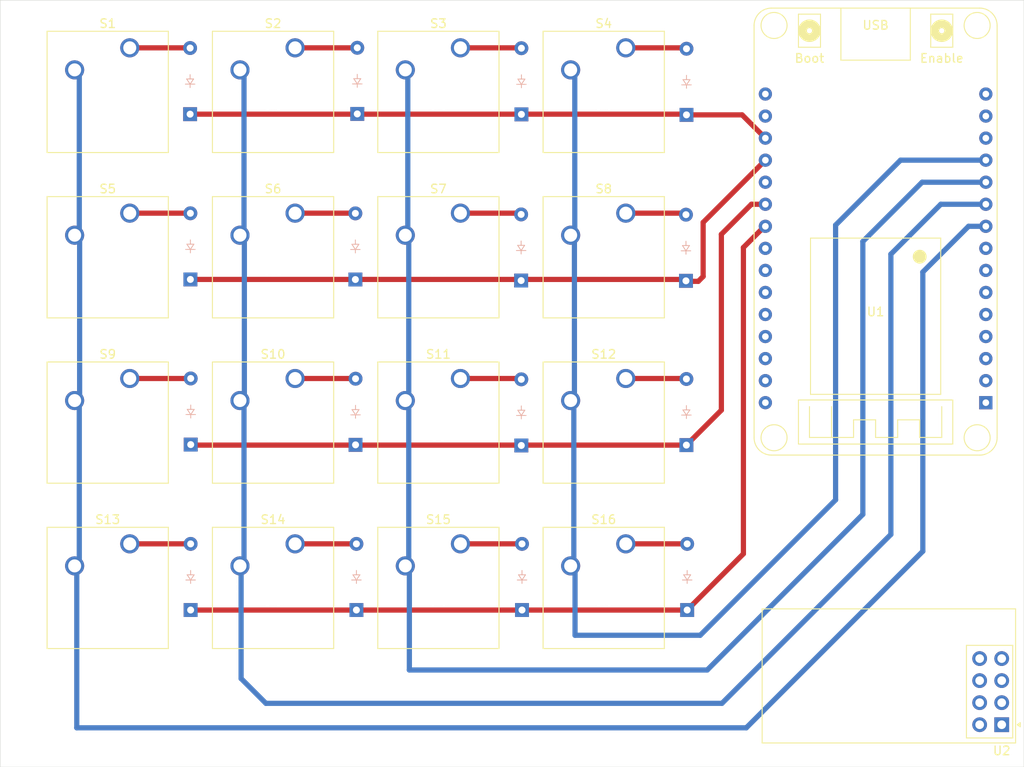
<source format=kicad_pcb>
(kicad_pcb (version 20240108) (generator "pcbnew") (generator_version "8.0")
  (layers (0 "F.Cu" signal) (31 "B.Cu" signal) (34 "B.Paste" user) (35 "F.Paste" user) (36 "B.SilkS" user "B.Silkscreen") (37 "F.SilkS" user "F.Silkscreen") (38 "B.Mask" user) (39 "F.Mask" user) (44 "Edge.Cuts" user))
  (net 0 "")
  (net 5 "Row 3")
  (net 7 "Column 2")
  (net 8 "Column 0")
  (net 9 "Row 0")
  (net 11 "Column 3")
  (net 17 "Column 1")
  (net 18 "Row 2")
  (net 19 "Row 1")
  (net 20 "Net-(D1-A)")
  (net 21 "Net-(D2-A)")
  (net 22 "Net-(D3-A)")
  (net 23 "Net-(D4-A)")
  (net 24 "Net-(D5-A)")
  (net 25 "Net-(D6-A)")
  (net 26 "Net-(D7-A)")
  (net 27 "Net-(D8-A)")
  (net 28 "Net-(D9-A)")
  (net 29 "Net-(D10-A)")
  (net 30 "Net-(D11-A)")
  (net 31 "Net-(D12-A)")
  (net 32 "Net-(D13-A)")
  (net 33 "Net-(D14-A)")
  (net 34 "Net-(D15-A)")
  (net 35 "Net-(D16-A)")
  (net 42 "MISO NRF")
  (net 43 "GND NRF")
  (net 44 "VCC NRF")
  (net 45 "MOSI NRF")
  (net 46 "SCK NRF")
  (net 47 "unconnected-(U1-IO4-Pad20)")
  (net 48 "CSN NRF")
  (footprint "Button_Switch_Keyboard:SW_Cherry_MX_1.00u_PCB" (layer "F.Cu") (at 69.215 42.545)
    (property "Reference" "S2" (at -2.54 -2.794 0) (layer "F.SilkS"))
    (property "Value" "Keyswitch")
    (pad "" np_thru_hole circle (at -7.62 5.08) (size 1.7 1.7) (drill 1.7) (layers "*.Cu" "*.Mask"))
    (pad "" np_thru_hole circle (at -2.54 5.08) (size 4 4) (drill 4) (layers "*.Cu" "*.Mask"))
    (pad "" np_thru_hole circle (at 2.54 5.08) (size 1.7 1.7) (drill 1.7) (layers "*.Cu" "*.Mask"))
    (pad "1" thru_hole circle (at 0 0) (size 2.2 2.2) (drill 1.5) (layers "*.Cu" "*.Mask") (net 21 "Net-(D2-A)"))
    (pad "2" thru_hole circle (at -6.35 2.54) (size 2.2 2.2) (drill 1.5) (layers "*.Cu" "*.Mask") (net 17 "Column 1"))
  )
  (footprint "Button_Switch_Keyboard:SW_Cherry_MX_1.00u_PCB" (layer "F.Cu") (at 88.265 80.645)
    (property "Reference" "S11" (at -2.54 -2.794 0) (layer "F.SilkS"))
    (property "Value" "Keyswitch")
    (pad "" np_thru_hole circle (at -7.62 5.08) (size 1.7 1.7) (drill 1.7) (layers "*.Cu" "*.Mask"))
    (pad "" np_thru_hole circle (at -2.54 5.08) (size 4 4) (drill 4) (layers "*.Cu" "*.Mask"))
    (pad "" np_thru_hole circle (at 2.54 5.08) (size 1.7 1.7) (drill 1.7) (layers "*.Cu" "*.Mask"))
    (pad "1" thru_hole circle (at 0 0) (size 2.2 2.2) (drill 1.5) (layers "*.Cu" "*.Mask") (net 30 "Net-(D11-A)"))
    (pad "2" thru_hole circle (at -6.35 2.54) (size 2.2 2.2) (drill 1.5) (layers "*.Cu" "*.Mask") (net 7 "Column 2"))
  )
  (footprint "Button_Switch_Keyboard:SW_Cherry_MX_1.00u_PCB" (layer "F.Cu") (at 69.215 80.645)
    (property "Reference" "S10" (at -2.54 -2.794 0) (layer "F.SilkS"))
    (property "Value" "Keyswitch")
    (pad "" np_thru_hole circle (at -7.62 5.08) (size 1.7 1.7) (drill 1.7) (layers "*.Cu" "*.Mask"))
    (pad "" np_thru_hole circle (at -2.54 5.08) (size 4 4) (drill 4) (layers "*.Cu" "*.Mask"))
    (pad "" np_thru_hole circle (at 2.54 5.08) (size 1.7 1.7) (drill 1.7) (layers "*.Cu" "*.Mask"))
    (pad "1" thru_hole circle (at 0 0) (size 2.2 2.2) (drill 1.5) (layers "*.Cu" "*.Mask") (net 29 "Net-(D10-A)"))
    (pad "2" thru_hole circle (at -6.35 2.54) (size 2.2 2.2) (drill 1.5) (layers "*.Cu" "*.Mask") (net 17 "Column 1"))
  )
  (footprint "Button_Switch_Keyboard:SW_Cherry_MX_1.00u_PCB" (layer "F.Cu") (at 88.265 99.695)
    (property "Reference" "S15" (at -2.54 -2.794 0) (layer "F.SilkS"))
    (property "Value" "Keyswitch")
    (pad "" np_thru_hole circle (at -7.62 5.08) (size 1.7 1.7) (drill 1.7) (layers "*.Cu" "*.Mask"))
    (pad "" np_thru_hole circle (at -2.54 5.08) (size 4 4) (drill 4) (layers "*.Cu" "*.Mask"))
    (pad "" np_thru_hole circle (at 2.54 5.08) (size 1.7 1.7) (drill 1.7) (layers "*.Cu" "*.Mask"))
    (pad "1" thru_hole circle (at 0 0) (size 2.2 2.2) (drill 1.5) (layers "*.Cu" "*.Mask") (net 34 "Net-(D15-A)"))
    (pad "2" thru_hole circle (at -6.35 2.54) (size 2.2 2.2) (drill 1.5) (layers "*.Cu" "*.Mask") (net 7 "Column 2"))
  )
  (footprint "Button_Switch_Keyboard:SW_Cherry_MX_1.00u_PCB" (layer "F.Cu") (at 88.265 61.595)
    (property "Reference" "S7" (at -2.54 -2.794 0) (layer "F.SilkS"))
    (property "Value" "Keyswitch")
    (pad "" np_thru_hole circle (at -7.62 5.08) (size 1.7 1.7) (drill 1.7) (layers "*.Cu" "*.Mask"))
    (pad "" np_thru_hole circle (at -2.54 5.08) (size 4 4) (drill 4) (layers "*.Cu" "*.Mask"))
    (pad "" np_thru_hole circle (at 2.54 5.08) (size 1.7 1.7) (drill 1.7) (layers "*.Cu" "*.Mask"))
    (pad "1" thru_hole circle (at 0 0) (size 2.2 2.2) (drill 1.5) (layers "*.Cu" "*.Mask") (net 26 "Net-(D7-A)"))
    (pad "2" thru_hole circle (at -6.35 2.54) (size 2.2 2.2) (drill 1.5) (layers "*.Cu" "*.Mask") (net 7 "Column 2"))
  )
  (footprint "Button_Switch_Keyboard:SW_Cherry_MX_1.00u_PCB" (layer "F.Cu") (at 50.165 61.595)
    (property "Reference" "S5" (at -2.54 -2.794 0) (layer "F.SilkS"))
    (property "Value" "Keyswitch")
    (pad "" np_thru_hole circle (at -7.62 5.08) (size 1.7 1.7) (drill 1.7) (layers "*.Cu" "*.Mask"))
    (pad "" np_thru_hole circle (at -2.54 5.08) (size 4 4) (drill 4) (layers "*.Cu" "*.Mask"))
    (pad "" np_thru_hole circle (at 2.54 5.08) (size 1.7 1.7) (drill 1.7) (layers "*.Cu" "*.Mask"))
    (pad "1" thru_hole circle (at 0 0) (size 2.2 2.2) (drill 1.5) (layers "*.Cu" "*.Mask") (net 24 "Net-(D5-A)"))
    (pad "2" thru_hole circle (at -6.35 2.54) (size 2.2 2.2) (drill 1.5) (layers "*.Cu" "*.Mask") (net 8 "Column 0"))
  )
  (footprint "Button_Switch_Keyboard:SW_Cherry_MX_1.00u_PCB" (layer "F.Cu") (at 107.315 61.595)
    (property "Reference" "S8" (at -2.54 -2.794 0) (layer "F.SilkS"))
    (property "Value" "Keyswitch")
    (pad "" np_thru_hole circle (at -7.62 5.08) (size 1.7 1.7) (drill 1.7) (layers "*.Cu" "*.Mask"))
    (pad "" np_thru_hole circle (at -2.54 5.08) (size 4 4) (drill 4) (layers "*.Cu" "*.Mask"))
    (pad "" np_thru_hole circle (at 2.54 5.08) (size 1.7 1.7) (drill 1.7) (layers "*.Cu" "*.Mask"))
    (pad "1" thru_hole circle (at 0 0) (size 2.2 2.2) (drill 1.5) (layers "*.Cu" "*.Mask") (net 27 "Net-(D8-A)"))
    (pad "2" thru_hole circle (at -6.35 2.54) (size 2.2 2.2) (drill 1.5) (layers "*.Cu" "*.Mask") (net 11 "Column 3"))
  )
  (footprint "Button_Switch_Keyboard:SW_Cherry_MX_1.00u_PCB" (layer "F.Cu") (at 50.165 99.695)
    (property "Reference" "S13" (at -2.54 -2.794 0) (layer "F.SilkS"))
    (property "Value" "Keyswitch")
    (pad "" np_thru_hole circle (at -7.62 5.08) (size 1.7 1.7) (drill 1.7) (layers "*.Cu" "*.Mask"))
    (pad "" np_thru_hole circle (at -2.54 5.08) (size 4 4) (drill 4) (layers "*.Cu" "*.Mask"))
    (pad "" np_thru_hole circle (at 2.54 5.08) (size 1.7 1.7) (drill 1.7) (layers "*.Cu" "*.Mask"))
    (pad "1" thru_hole circle (at 0 0) (size 2.2 2.2) (drill 1.5) (layers "*.Cu" "*.Mask") (net 32 "Net-(D13-A)"))
    (pad "2" thru_hole circle (at -6.35 2.54) (size 2.2 2.2) (drill 1.5) (layers "*.Cu" "*.Mask") (net 8 "Column 0"))
  )
  (footprint "Button_Switch_Keyboard:SW_Cherry_MX_1.00u_PCB" (layer "F.Cu") (at 88.265 42.545)
    (property "Reference" "S3" (at -2.54 -2.794 0) (layer "F.SilkS"))
    (property "Value" "Keyswitch")
    (pad "" np_thru_hole circle (at -7.62 5.08) (size 1.7 1.7) (drill 1.7) (layers "*.Cu" "*.Mask"))
    (pad "" np_thru_hole circle (at -2.54 5.08) (size 4 4) (drill 4) (layers "*.Cu" "*.Mask"))
    (pad "" np_thru_hole circle (at 2.54 5.08) (size 1.7 1.7) (drill 1.7) (layers "*.Cu" "*.Mask"))
    (pad "1" thru_hole circle (at 0 0) (size 2.2 2.2) (drill 1.5) (layers "*.Cu" "*.Mask") (net 22 "Net-(D3-A)"))
    (pad "2" thru_hole circle (at -6.35 2.54) (size 2.2 2.2) (drill 1.5) (layers "*.Cu" "*.Mask") (net 7 "Column 2"))
  )
  (footprint "Button_Switch_Keyboard:SW_Cherry_MX_1.00u_PCB" (layer "F.Cu") (at 107.315 99.695)
    (property "Reference" "S16" (at -2.54 -2.794 0) (layer "F.SilkS"))
    (property "Value" "Keyswitch")
    (pad "" np_thru_hole circle (at -7.62 5.08) (size 1.7 1.7) (drill 1.7) (layers "*.Cu" "*.Mask"))
    (pad "" np_thru_hole circle (at -2.54 5.08) (size 4 4) (drill 4) (layers "*.Cu" "*.Mask"))
    (pad "" np_thru_hole circle (at 2.54 5.08) (size 1.7 1.7) (drill 1.7) (layers "*.Cu" "*.Mask"))
    (pad "1" thru_hole circle (at 0 0) (size 2.2 2.2) (drill 1.5) (layers "*.Cu" "*.Mask") (net 35 "Net-(D16-A)"))
    (pad "2" thru_hole circle (at -6.35 2.54) (size 2.2 2.2) (drill 1.5) (layers "*.Cu" "*.Mask") (net 11 "Column 3"))
  )
  (footprint "Button_Switch_Keyboard:SW_Cherry_MX_1.00u_PCB" (layer "F.Cu") (at 69.215 99.695)
    (property "Reference" "S14" (at -2.54 -2.794 0) (layer "F.SilkS"))
    (property "Value" "Keyswitch")
    (pad "" np_thru_hole circle (at -7.62 5.08) (size 1.7 1.7) (drill 1.7) (layers "*.Cu" "*.Mask"))
    (pad "" np_thru_hole circle (at -2.54 5.08) (size 4 4) (drill 4) (layers "*.Cu" "*.Mask"))
    (pad "" np_thru_hole circle (at 2.54 5.08) (size 1.7 1.7) (drill 1.7) (layers "*.Cu" "*.Mask"))
    (pad "1" thru_hole circle (at 0 0) (size 2.2 2.2) (drill 1.5) (layers "*.Cu" "*.Mask") (net 33 "Net-(D14-A)"))
    (pad "2" thru_hole circle (at -6.35 2.54) (size 2.2 2.2) (drill 1.5) (layers "*.Cu" "*.Mask") (net 17 "Column 1"))
  )
  (footprint "Button_Switch_Keyboard:SW_Cherry_MX_1.00u_PCB" (layer "F.Cu") (at 107.315 80.645)
    (property "Reference" "S12" (at -2.54 -2.794 0) (layer "F.SilkS"))
    (property "Value" "Keyswitch")
    (pad "" np_thru_hole circle (at -7.62 5.08) (size 1.7 1.7) (drill 1.7) (layers "*.Cu" "*.Mask"))
    (pad "" np_thru_hole circle (at -2.54 5.08) (size 4 4) (drill 4) (layers "*.Cu" "*.Mask"))
    (pad "" np_thru_hole circle (at 2.54 5.08) (size 1.7 1.7) (drill 1.7) (layers "*.Cu" "*.Mask"))
    (pad "1" thru_hole circle (at 0 0) (size 2.2 2.2) (drill 1.5) (layers "*.Cu" "*.Mask") (net 31 "Net-(D12-A)"))
    (pad "2" thru_hole circle (at -6.35 2.54) (size 2.2 2.2) (drill 1.5) (layers "*.Cu" "*.Mask") (net 11 "Column 3"))
  )
  (footprint "RF_Module:nRF24L01_Breakout" (layer "F.Cu") (at 150.6295 120.535 180)
    (property "Reference" "U2" (at 0 -3 360) (layer "F.SilkS"))
    (property "Value" "NRF24L01_Breakout")
    (pad "1" thru_hole rect (at 0 0 180) (size 1.7 1.7) (drill 1) (layers "*.Cu" "*.Mask") (net 43 "GND NRF"))
    (pad "2" thru_hole circle (at 2.54 0 180) (size 1.7 1.7) (drill 1) (layers "*.Cu" "*.Mask") (net 44 "VCC NRF"))
    (pad "3" thru_hole circle (at 0 2.54 180) (size 1.7 1.7) (drill 1) (layers "*.Cu" "*.Mask"))
    (pad "4" thru_hole circle (at 2.54 2.54 180) (size 1.7 1.7) (drill 1) (layers "*.Cu" "*.Mask") (net 48 "CSN NRF"))
    (pad "5" thru_hole circle (at 0 5.08 180) (size 1.7 1.7) (drill 1) (layers "*.Cu" "*.Mask") (net 46 "SCK NRF"))
    (pad "6" thru_hole circle (at 2.54 5.08 180) (size 1.7 1.7) (drill 1) (layers "*.Cu" "*.Mask") (net 45 "MOSI NRF"))
    (pad "7" thru_hole circle (at 0 7.62 180) (size 1.7 1.7) (drill 1) (layers "*.Cu" "*.Mask") (net 42 "MISO NRF"))
    (pad "8" thru_hole circle (at 2.54 7.62 180) (size 1.7 1.7) (drill 1) (layers "*.Cu" "*.Mask"))
  )
  (footprint "Button_Switch_Keyboard:SW_Cherry_MX_1.00u_PCB" (layer "F.Cu") (at 69.215 61.595)
    (property "Reference" "S6" (at -2.54 -2.794 0) (layer "F.SilkS"))
    (property "Value" "Keyswitch")
    (pad "" np_thru_hole circle (at -7.62 5.08) (size 1.7 1.7) (drill 1.7) (layers "*.Cu" "*.Mask"))
    (pad "" np_thru_hole circle (at -2.54 5.08) (size 4 4) (drill 4) (layers "*.Cu" "*.Mask"))
    (pad "" np_thru_hole circle (at 2.54 5.08) (size 1.7 1.7) (drill 1.7) (layers "*.Cu" "*.Mask"))
    (pad "1" thru_hole circle (at 0 0) (size 2.2 2.2) (drill 1.5) (layers "*.Cu" "*.Mask") (net 25 "Net-(D6-A)"))
    (pad "2" thru_hole circle (at -6.35 2.54) (size 2.2 2.2) (drill 1.5) (layers "*.Cu" "*.Mask") (net 17 "Column 1"))
  )
  (footprint "Button_Switch_Keyboard:SW_Cherry_MX_1.00u_PCB" (layer "F.Cu") (at 50.165 42.545)
    (property "Reference" "S1" (at -2.54 -2.794 0) (layer "F.SilkS"))
    (property "Value" "Keyswitch")
    (pad "" np_thru_hole circle (at -7.62 5.08) (size 1.7 1.7) (drill 1.7) (layers "*.Cu" "*.Mask"))
    (pad "" np_thru_hole circle (at -2.54 5.08) (size 4 4) (drill 4) (layers "*.Cu" "*.Mask"))
    (pad "" np_thru_hole circle (at 2.54 5.08) (size 1.7 1.7) (drill 1.7) (layers "*.Cu" "*.Mask"))
    (pad "1" thru_hole circle (at 0 0) (size 2.2 2.2) (drill 1.5) (layers "*.Cu" "*.Mask") (net 20 "Net-(D1-A)"))
    (pad "2" thru_hole circle (at -6.35 2.54) (size 2.2 2.2) (drill 1.5) (layers "*.Cu" "*.Mask") (net 8 "Column 0"))
  )
  (footprint "Button_Switch_Keyboard:SW_Cherry_MX_1.00u_PCB" (layer "F.Cu") (at 50.165 80.645)
    (property "Reference" "S9" (at -2.54 -2.794 0) (layer "F.SilkS"))
    (property "Value" "Keyswitch")
    (pad "" np_thru_hole circle (at -7.62 5.08) (size 1.7 1.7) (drill 1.7) (layers "*.Cu" "*.Mask"))
    (pad "" np_thru_hole circle (at -2.54 5.08) (size 4 4) (drill 4) (layers "*.Cu" "*.Mask"))
    (pad "" np_thru_hole circle (at 2.54 5.08) (size 1.7 1.7) (drill 1.7) (layers "*.Cu" "*.Mask"))
    (pad "1" thru_hole circle (at 0 0) (size 2.2 2.2) (drill 1.5) (layers "*.Cu" "*.Mask") (net 28 "Net-(D9-A)"))
    (pad "2" thru_hole circle (at -6.35 2.54) (size 2.2 2.2) (drill 1.5) (layers "*.Cu" "*.Mask") (net 8 "Column 0"))
  )
  (footprint "ESP32_DevKit_V1_DOIT:esp32_devkit_v1_doit" (layer "F.Cu") (at 136.1 83.43 180)
    (property "Reference" "U1" (at 0 10.47 0) (layer "F.SilkS"))
    (property "Value" "ESP32_DevKit_V1_DOIT")
    (fp_text user "Enable" (at -7.62 39.68 0) (layer "F.SilkS"))
    (fp_text user "USB" (at 0 43.49 0) (layer "F.SilkS"))
    (fp_text user "Boot" (at 7.62 39.68 0) (layer "F.SilkS"))
    (pad "1" thru_hole rect (at -12.7 0 180) (size 1.524 1.524) (drill 0.762) (layers "*.Cu" "*.Mask"))
    (pad "2" thru_hole circle (at -12.7 2.54 180) (size 1.524 1.524) (drill 0.762) (layers "*.Cu" "*.Mask"))
    (pad "3" thru_hole circle (at -12.7 5.08 180) (size 1.524 1.524) (drill 0.762) (layers "*.Cu" "*.Mask"))
    (pad "4" thru_hole circle (at -12.7 7.62 180) (size 1.524 1.524) (drill 0.762) (layers "*.Cu" "*.Mask"))
    (pad "5" thru_hole circle (at -12.7 10.16 180) (size 1.524 1.524) (drill 0.762) (layers "*.Cu" "*.Mask"))
    (pad "6" thru_hole circle (at -12.7 12.7 180) (size 1.524 1.524) (drill 0.762) (layers "*.Cu" "*.Mask"))
    (pad "7" thru_hole circle (at -12.7 15.24 180) (size 1.524 1.524) (drill 0.762) (layers "*.Cu" "*.Mask"))
    (pad "8" thru_hole circle (at -12.7 17.78 180) (size 1.524 1.524) (drill 0.762) (layers "*.Cu" "*.Mask"))
    (pad "9" thru_hole circle (at -12.7 20.32 180) (size 1.524 1.524) (drill 0.762) (layers "*.Cu" "*.Mask") (net 8 "Column 0"))
    (pad "10" thru_hole circle (at -12.7 22.86 180) (size 1.524 1.524) (drill 0.762) (layers "*.Cu" "*.Mask") (net 17 "Column 1"))
    (pad "11" thru_hole circle (at -12.7 25.4 180) (size 1.524 1.524) (drill 0.762) (layers "*.Cu" "*.Mask") (net 7 "Column 2"))
    (pad "12" thru_hole circle (at -12.7 27.94 180) (size 1.524 1.524) (drill 0.762) (layers "*.Cu" "*.Mask") (net 11 "Column 3"))
    (pad "13" thru_hole circle (at -12.7 30.48 180) (size 1.524 1.524) (drill 0.762) (layers "*.Cu" "*.Mask"))
    (pad "14" thru_hole circle (at -12.7 33.02 180) (size 1.524 1.524) (drill 0.762) (layers "*.Cu" "*.Mask") (net 43 "GND NRF"))
    (pad "15" thru_hole circle (at -12.7 35.56 180) (size 1.524 1.524) (drill 0.762) (layers "*.Cu" "*.Mask"))
    (pad "16" thru_hole circle (at 12.7 35.56 180) (size 1.524 1.524) (drill 0.762) (layers "*.Cu" "*.Mask") (net 44 "VCC NRF"))
    (pad "17" thru_hole circle (at 12.7 33.02 180) (size 1.524 1.524) (drill 0.762) (layers "*.Cu" "*.Mask"))
    (pad "18" thru_hole circle (at 12.7 30.48 180) (size 1.524 1.524) (drill 0.762) (layers "*.Cu" "*.Mask") (net 9 "Row 0"))
    (pad "19" thru_hole circle (at 12.7 27.94 180) (size 1.524 1.524) (drill 0.762) (layers "*.Cu" "*.Mask") (net 19 "Row 1"))
    (pad "20" thru_hole circle (at 12.7 25.4 180) (size 1.524 1.524) (drill 0.762) (layers "*.Cu" "*.Mask") (net 47 "unconnected-(U1-IO4-Pad20)"))
    (pad "21" thru_hole circle (at 12.7 22.86 180) (size 1.524 1.524) (drill 0.762) (layers "*.Cu" "*.Mask") (net 18 "Row 2"))
    (pad "22" thru_hole circle (at 12.7 20.32 180) (size 1.524 1.524) (drill 0.762) (layers "*.Cu" "*.Mask") (net 5 "Row 3"))
    (pad "23" thru_hole circle (at 12.7 17.78 180) (size 1.524 1.524) (drill 0.762) (layers "*.Cu" "*.Mask") (net 48 "CSN NRF"))
    (pad "24" thru_hole circle (at 12.7 15.24 180) (size 1.524 1.524) (drill 0.762) (layers "*.Cu" "*.Mask") (net 46 "SCK NRF"))
    (pad "25" thru_hole circle (at 12.7 12.7 180) (size 1.524 1.524) (drill 0.762) (layers "*.Cu" "*.Mask") (net 42 "MISO NRF"))
    (pad "26" thru_hole circle (at 12.7 10.16 180) (size 1.524 1.524) (drill 0.762) (layers "*.Cu" "*.Mask"))
    (pad "27" thru_hole circle (at 12.7 7.62 180) (size 1.524 1.524) (drill 0.762) (layers "*.Cu" "*.Mask"))
    (pad "28" thru_hole circle (at 12.7 5.08 180) (size 1.524 1.524) (drill 0.762) (layers "*.Cu" "*.Mask"))
    (pad "29" thru_hole circle (at 12.7 2.54 180) (size 1.524 1.524) (drill 0.762) (layers "*.Cu" "*.Mask"))
    (pad "30" thru_hole circle (at 12.7 0 180) (size 1.524 1.524) (drill 0.762) (layers "*.Cu" "*.Mask") (net 45 "MOSI NRF"))
  )
  (footprint "Button_Switch_Keyboard:SW_Cherry_MX_1.00u_PCB" (layer "F.Cu") (at 107.315 42.545)
    (property "Reference" "S4" (at -2.54 -2.794 0) (layer "F.SilkS"))
    (property "Value" "Keyswitch")
    (pad "" np_thru_hole circle (at -7.62 5.08) (size 1.7 1.7) (drill 1.7) (layers "*.Cu" "*.Mask"))
    (pad "" np_thru_hole circle (at -2.54 5.08) (size 4 4) (drill 4) (layers "*.Cu" "*.Mask"))
    (pad "" np_thru_hole circle (at 2.54 5.08) (size 1.7 1.7) (drill 1.7) (layers "*.Cu" "*.Mask"))
    (pad "1" thru_hole circle (at 0 0) (size 2.2 2.2) (drill 1.5) (layers "*.Cu" "*.Mask") (net 23 "Net-(D4-A)"))
    (pad "2" thru_hole circle (at -6.35 2.54) (size 2.2 2.2) (drill 1.5) (layers "*.Cu" "*.Mask") (net 11 "Column 3"))
  )
  (footprint "ScottoKeebs_Components:Diode_DO-35" (layer "B.Cu") (at 114.39 107.32 90)
    (property "Reference" "D16" (hide yes))
    (property "Value" "Diode" (hide yes))
    (pad "1" thru_hole rect (at 0 0 90) (size 1.6 1.6) (drill 0.8) (layers "*.Cu" "*.Mask") (net 5 "Row 3"))
    (pad "2" thru_hole oval (at 7.62 0 90) (size 1.6 1.6) (drill 0.8) (layers "*.Cu" "*.Mask") (net 35 "Net-(D16-A)"))
  )
  (footprint "ScottoKeebs_Components:Diode_DO-35" (layer "B.Cu") (at 76.16 69.24 90)
    (property "Reference" "D6" (hide yes))
    (property "Value" "Diode" (hide yes))
    (pad "1" thru_hole rect (at 0 0 90) (size 1.6 1.6) (drill 0.8) (layers "*.Cu" "*.Mask") (net 19 "Row 1"))
    (pad "2" thru_hole oval (at 7.62 0 90) (size 1.6 1.6) (drill 0.8) (layers "*.Cu" "*.Mask") (net 25 "Net-(D6-A)"))
  )
  (footprint "ScottoKeebs_Components:Diode_DO-35" (layer "B.Cu") (at 95.28 88.36 90)
    (property "Reference" "D11" (hide yes))
    (property "Value" "Diode" (hide yes))
    (pad "1" thru_hole rect (at 0 0 90) (size 1.6 1.6) (drill 0.8) (layers "*.Cu" "*.Mask") (net 18 "Row 2"))
    (pad "2" thru_hole oval (at 7.62 0 90) (size 1.6 1.6) (drill 0.8) (layers "*.Cu" "*.Mask") (net 30 "Net-(D11-A)"))
  )
  (footprint "ScottoKeebs_Components:Diode_DO-35" (layer "B.Cu") (at 76.38 50.16 90)
    (property "Reference" "D2" (hide yes))
    (property "Value" "Diode" (hide yes))
    (pad "1" thru_hole rect (at 0 0 90) (size 1.6 1.6) (drill 0.8) (layers "*.Cu" "*.Mask") (net 9 "Row 0"))
    (pad "2" thru_hole oval (at 7.62 0 90) (size 1.6 1.6) (drill 0.8) (layers "*.Cu" "*.Mask") (net 21 "Net-(D2-A)"))
  )
  (footprint "ScottoKeebs_Components:Diode_DO-35" (layer "B.Cu") (at 57.15 69.23 90)
    (property "Reference" "D5" (hide yes))
    (property "Value" "Diode" (hide yes))
    (pad "1" thru_hole rect (at 0 0 90) (size 1.6 1.6) (drill 0.8) (layers "*.Cu" "*.Mask") (net 19 "Row 1"))
    (pad "2" thru_hole oval (at 7.62 0 90) (size 1.6 1.6) (drill 0.8) (layers "*.Cu" "*.Mask") (net 24 "Net-(D5-A)"))
  )
  (footprint "ScottoKeebs_Components:Diode_DO-35" (layer "B.Cu") (at 95.36 107.32 90)
    (property "Reference" "D15" (hide yes))
    (property "Value" "Diode" (hide yes))
    (pad "1" thru_hole rect (at 0 0 90) (size 1.6 1.6) (drill 0.8) (layers "*.Cu" "*.Mask") (net 5 "Row 3"))
    (pad "2" thru_hole oval (at 7.62 0 90) (size 1.6 1.6) (drill 0.8) (layers "*.Cu" "*.Mask") (net 34 "Net-(D15-A)"))
  )
  (footprint "ScottoKeebs_Components:Diode_DO-35" (layer "B.Cu") (at 95.26 69.36 90)
    (property "Reference" "D7" (hide yes))
    (property "Value" "Diode" (hide yes))
    (pad "1" thru_hole rect (at 0 0 90) (size 1.6 1.6) (drill 0.8) (layers "*.Cu" "*.Mask") (net 19 "Row 1"))
    (pad "2" thru_hole oval (at 7.62 0 90) (size 1.6 1.6) (drill 0.8) (layers "*.Cu" "*.Mask") (net 26 "Net-(D7-A)"))
  )
  (footprint "ScottoKeebs_Components:Diode_DO-35" (layer "B.Cu") (at 114.3 88.32 90)
    (property "Reference" "D12" (hide yes))
    (property "Value" "Diode" (hide yes))
    (pad "1" thru_hole rect (at 0 0 90) (size 1.6 1.6) (drill 0.8) (layers "*.Cu" "*.Mask") (net 18 "Row 2"))
    (pad "2" thru_hole oval (at 7.62 0 90) (size 1.6 1.6) (drill 0.8) (layers "*.Cu" "*.Mask") (net 31 "Net-(D12-A)"))
  )
  (footprint "ScottoKeebs_Components:Diode_DO-35" (layer "B.Cu") (at 95.29 50.21 90)
    (property "Reference" "D3" (hide yes))
    (property "Value" "Diode" (hide yes))
    (pad "1" thru_hole rect (at 0 0 90) (size 1.6 1.6) (drill 0.8) (layers "*.Cu" "*.Mask") (net 9 "Row 0"))
    (pad "2" thru_hole oval (at 7.62 0 90) (size 1.6 1.6) (drill 0.8) (layers "*.Cu" "*.Mask") (net 22 "Net-(D3-A)"))
  )
  (footprint "ScottoKeebs_Components:Diode_DO-35" (layer "B.Cu") (at 76.18 88.29 90)
    (property "Reference" "D10" (hide yes))
    (property "Value" "Diode" (hide yes))
    (pad "1" thru_hole rect (at 0 0 90) (size 1.6 1.6) (drill 0.8) (layers "*.Cu" "*.Mask") (net 18 "Row 2"))
    (pad "2" thru_hole oval (at 7.62 0 90) (size 1.6 1.6) (drill 0.8) (layers "*.Cu" "*.Mask") (net 29 "Net-(D10-A)"))
  )
  (footprint "ScottoKeebs_Components:Diode_DO-35" (layer "B.Cu") (at 57.12 50.19 90)
    (property "Reference" "D1" (hide yes))
    (property "Value" "Diode" (hide yes))
    (pad "1" thru_hole rect (at 0 0 90) (size 1.6 1.6) (drill 0.8) (layers "*.Cu" "*.Mask") (net 9 "Row 0"))
    (pad "2" thru_hole oval (at 7.62 0 90) (size 1.6 1.6) (drill 0.8) (layers "*.Cu" "*.Mask") (net 20 "Net-(D1-A)"))
  )
  (footprint "ScottoKeebs_Components:Diode_DO-35" (layer "B.Cu") (at 57.19 88.26 90)
    (property "Reference" "D9" (hide yes))
    (property "Value" "Diode" (hide yes))
    (pad "1" thru_hole rect (at 0 0 90) (size 1.6 1.6) (drill 0.8) (layers "*.Cu" "*.Mask") (net 18 "Row 2"))
    (pad "2" thru_hole oval (at 7.62 0 90) (size 1.6 1.6) (drill 0.8) (layers "*.Cu" "*.Mask") (net 28 "Net-(D9-A)"))
  )
  (footprint "ScottoKeebs_Components:Diode_DO-35" (layer "B.Cu") (at 114.31 50.27 90)
    (property "Reference" "D4" (hide yes))
    (property "Value" "Diode" (hide yes))
    (pad "1" thru_hole rect (at 0 0 90) (size 1.6 1.6) (drill 0.8) (layers "*.Cu" "*.Mask") (net 9 "Row 0"))
    (pad "2" thru_hole oval (at 7.62 0 90) (size 1.6 1.6) (drill 0.8) (layers "*.Cu" "*.Mask") (net 23 "Net-(D4-A)"))
  )
  (footprint "ScottoKeebs_Components:Diode_DO-35" (layer "B.Cu") (at 114.25 69.39 90)
    (property "Reference" "D8" (hide yes))
    (property "Value" "Diode" (hide yes))
    (pad "1" thru_hole rect (at 0 0 90) (size 1.6 1.6) (drill 0.8) (layers "*.Cu" "*.Mask") (net 19 "Row 1"))
    (pad "2" thru_hole oval (at 7.62 0 90) (size 1.6 1.6) (drill 0.8) (layers "*.Cu" "*.Mask") (net 27 "Net-(D8-A)"))
  )
  (footprint "ScottoKeebs_Components:Diode_DO-35" (layer "B.Cu") (at 76.28 107.32 90)
    (property "Reference" "D14" (hide yes))
    (property "Value" "Diode" (hide yes))
    (pad "1" thru_hole rect (at 0 0 90) (size 1.6 1.6) (drill 0.8) (layers "*.Cu" "*.Mask") (net 5 "Row 3"))
    (pad "2" thru_hole oval (at 7.62 0 90) (size 1.6 1.6) (drill 0.8) (layers "*.Cu" "*.Mask") (net 33 "Net-(D14-A)"))
  )
  (footprint "ScottoKeebs_Components:Diode_DO-35" (layer "B.Cu") (at 57.18 107.32 90)
    (property "Reference" "D13" (hide yes))
    (property "Value" "Diode" (hide yes))
    (pad "1" thru_hole rect (at 0 0 90) (size 1.6 1.6) (drill 0.8) (layers "*.Cu" "*.Mask") (net 5 "Row 3"))
    (pad "2" thru_hole oval (at 7.62 0 90) (size 1.6 1.6) (drill 0.8) (layers "*.Cu" "*.Mask") (net 32 "Net-(D13-A)"))
  )
  (gr_rect (start 35.24 37.06) (end 153.19 125.41) (stroke (width 0.05)) (fill none) (layer "Edge.Cuts"))
  (segment (start 123.31 63.11) (end 123.4 63.11) (width 0.6) (layer "F.Cu") (net 5))
  (segment (start 120.87 100.84) (end 120.87 65.55) (width 0.6) (layer "F.Cu") (net 5))
  (segment (start 57.185 107.325) (end 114.385 107.325) (width 0.6) (layer "F.Cu") (net 5))
  (segment (start 114.385 107.325) (end 114.39 107.32) (width 0.6) (layer "F.Cu") (net 5))
  (segment (start 120.87 65.55) (end 123.31 63.11) (width 0.6) (layer "F.Cu") (net 5))
  (segment (start 114.39 107.32) (end 120.87 100.84) (width 0.6) (layer "F.Cu") (net 5))
  (segment (start 57.18 107.32) (end 57.185 107.325) (width 0.6) (layer "F.Cu") (net 5))
  (segment (start 82.2 45.37) (end 82.2 63.85) (width 0.6) (layer "B.Cu") (net 7))
  (segment (start 141.46 58.03) (end 148.8 58.03) (width 0.6) (layer "B.Cu") (net 7))
  (segment (start 81.915 83.185) (end 82.31 83.58) (width 0.6) (layer "B.Cu") (net 7))
  (segment (start 82.31 82.79) (end 81.915 83.185) (width 0.6) (layer "B.Cu") (net 7))
  (segment (start 116.7 114.23) (end 134.63 96.3) (width 0.6) (layer "B.Cu") (net 7))
  (segment (start 82.2 63.85) (end 81.915 64.135) (width 0.6) (layer "B.Cu") (net 7))
  (segment (start 81.915 45.085) (end 82.2 45.37) (width 0.6) (layer "B.Cu") (net 7))
  (segment (start 82.31 83.58) (end 82.31 101.84) (width 0.6) (layer "B.Cu") (net 7))
  (segment (start 82.38 114.23) (end 116.7 114.23) (width 0.6) (layer "B.Cu") (net 7))
  (segment (start 134.63 96.3) (end 134.63 64.86) (width 0.6) (layer "B.Cu") (net 7))
  (segment (start 82.31 64.53) (end 82.31 82.79) (width 0.6) (layer "B.Cu") (net 7))
  (segment (start 82.38 102.7) (end 82.38 114.23) (width 0.6) (layer "B.Cu") (net 7))
  (segment (start 134.63 64.86) (end 141.46 58.03) (width 0.6) (layer "B.Cu") (net 7))
  (segment (start 81.915 102.235) (end 82.38 102.7) (width 0.6) (layer "B.Cu") (net 7))
  (segment (start 81.915 64.135) (end 82.31 64.53) (width 0.6) (layer "B.Cu") (net 7))
  (segment (start 82.31 101.84) (end 81.915 102.235) (width 0.6) (layer "B.Cu") (net 7))
  (segment (start 43.815 64.135) (end 44.39 64.71) (width 0.6) (layer "B.Cu") (net 8))
  (segment (start 141.54 68.38) (end 146.81 63.11) (width 0.6) (layer "B.Cu") (net 8))
  (segment (start 44.06 120.89) (end 121.2 120.89) (width 0.6) (layer "B.Cu") (net 8))
  (segment (start 146.81 63.11) (end 148.8 63.11) (width 0.6) (layer "B.Cu") (net 8))
  (segment (start 44.06 102.48) (end 44.06 120.89) (width 0.6) (layer "B.Cu") (net 8))
  (segment (start 44.35 63.6) (end 43.815 64.135) (width 0.6) (layer "B.Cu") (net 8))
  (segment (start 141.54 100.55) (end 141.54 68.38) (width 0.6) (layer "B.Cu") (net 8))
  (segment (start 44.35 101.7) (end 43.815 102.235) (width 0.6) (layer "B.Cu") (net 8))
  (segment (start 44.35 83.72) (end 44.35 101.7) (width 0.6) (layer "B.Cu") (net 8))
  (segment (start 44.35 45.62) (end 44.35 63.6) (width 0.6) (layer "B.Cu") (net 8))
  (segment (start 43.815 45.085) (end 44.35 45.62) (width 0.6) (layer "B.Cu") (net 8))
  (segment (start 121.2 120.89) (end 141.54 100.55) (width 0.6) (layer "B.Cu") (net 8))
  (segment (start 43.815 102.235) (end 44.06 102.48) (width 0.6) (layer "B.Cu") (net 8))
  (segment (start 44.39 82.61) (end 43.815 83.185) (width 0.6) (layer "B.Cu") (net 8))
  (segment (start 44.39 64.71) (end 44.39 82.61) (width 0.6) (layer "B.Cu") (net 8))
  (segment (start 43.815 83.185) (end 44.35 83.72) (width 0.6) (layer "B.Cu") (net 8))
  (segment (start 114.23 50.19) (end 114.31 50.27) (width 0.6) (layer "F.Cu") (net 9))
  (segment (start 57.12 50.19) (end 114.23 50.19) (width 0.6) (layer "F.Cu") (net 9))
  (segment (start 114.31 50.27) (end 120.72 50.27) (width 0.6) (layer "F.Cu") (net 9))
  (segment (start 120.72 50.27) (end 123.4 52.95) (width 0.6) (layer "F.Cu") (net 9))
  (segment (start 101.33 83.55) (end 101.33 101.87) (width 0.6) (layer "B.Cu") (net 11))
  (segment (start 138.97 55.49) (end 148.8 55.49) (width 0.6) (layer "B.Cu") (net 11))
  (segment (start 101.44 63.66) (end 100.965 64.135) (width 0.6) (layer "B.Cu") (net 11))
  (segment (start 100.965 83.185) (end 101.33 83.55) (width 0.6) (layer "B.Cu") (net 11))
  (segment (start 101.4 64.57) (end 101.4 82.75) (width 0.6) (layer "B.Cu") (net 11))
  (segment (start 101.44 45.56) (end 101.44 63.66) (width 0.6) (layer "B.Cu") (net 11))
  (segment (start 100.965 64.135) (end 101.4 64.57) (width 0.6) (layer "B.Cu") (net 11))
  (segment (start 131.49 94.63) (end 131.49 62.97) (width 0.6) (layer "B.Cu") (net 11))
  (segment (start 101.47 102.74) (end 101.47 110.23) (width 0.6) (layer "B.Cu") (net 11))
  (segment (start 131.49 62.97) (end 138.97 55.49) (width 0.6) (layer "B.Cu") (net 11))
  (segment (start 115.89 110.23) (end 131.49 94.63) (width 0.6) (layer "B.Cu") (net 11))
  (segment (start 100.965 45.085) (end 101.44 45.56) (width 0.6) (layer "B.Cu") (net 11))
  (segment (start 101.47 110.23) (end 115.89 110.23) (width 0.6) (layer "B.Cu") (net 11))
  (segment (start 101.33 101.87) (end 100.965 102.235) (width 0.6) (layer "B.Cu") (net 11))
  (segment (start 100.965 102.235) (end 101.47 102.74) (width 0.6) (layer "B.Cu") (net 11))
  (segment (start 101.4 82.75) (end 100.965 83.185) (width 0.6) (layer "B.Cu") (net 11))
  (segment (start 63.37 64.64) (end 63.37 82.68) (width 0.6) (layer "B.Cu") (net 17))
  (segment (start 62.865 102.235) (end 62.995 102.365) (width 0.6) (layer "B.Cu") (net 17))
  (segment (start 62.995 115.215) (end 65.85 118.07) (width 0.6) (layer "B.Cu") (net 17))
  (segment (start 65.85 118.07) (end 118.4 118.07) (width 0.6) (layer "B.Cu") (net 17))
  (segment (start 137.86 66.32) (end 143.61 60.57) (width 0.6) (layer "B.Cu") (net 17))
  (segment (start 143.61 60.57) (end 148.8 60.57) (width 0.6) (layer "B.Cu") (net 17))
  (segment (start 62.865 45.085) (end 63.33 45.55) (width 0.6) (layer "B.Cu") (net 17))
  (segment (start 63.33 45.55) (end 63.33 63.67) (width 0.6) (layer "B.Cu") (net 17))
  (segment (start 62.865 64.135) (end 63.37 64.64) (width 0.6) (layer "B.Cu") (net 17))
  (segment (start 63.33 83.65) (end 63.33 101.77) (width 0.6) (layer "B.Cu") (net 17))
  (segment (start 62.865 83.185) (end 63.33 83.65) (width 0.6) (layer "B.Cu") (net 17))
  (segment (start 63.33 63.67) (end 62.865 64.135) (width 0.6) (layer "B.Cu") (net 17))
  (segment (start 118.4 118.07) (end 137.86 98.61) (width 0.6) (layer "B.Cu") (net 17))
  (segment (start 62.995 102.365) (end 62.995 115.215) (width 0.6) (layer "B.Cu") (net 17))
  (segment (start 63.33 101.77) (end 62.865 102.235) (width 0.6) (layer "B.Cu") (net 17))
  (segment (start 137.86 98.61) (end 137.86 66.32) (width 0.6) (layer "B.Cu") (net 17))
  (segment (start 63.37 82.68) (end 62.865 83.185) (width 0.6) (layer "B.Cu") (net 17))
  (segment (start 57.19 88.26) (end 57.25 88.32) (width 0.6) (layer "F.Cu") (net 18))
  (segment (start 57.25 88.32) (end 114.3 88.32) (width 0.6) (layer "F.Cu") (net 18))
  (segment (start 118.33 84.29) (end 118.33 64.03) (width 0.6) (layer "F.Cu") (net 18))
  (segment (start 114.3 88.32) (end 118.33 84.29) (width 0.6) (layer "F.Cu") (net 18))
  (segment (start 121.79 60.57) (end 123.4 60.57) (width 0.6) (layer "F.Cu") (net 18))
  (segment (start 118.33 64.03) (end 121.79 60.57) (width 0.6) (layer "F.Cu") (net 18))
  (segment (start 115.67 69.45) (end 116.23 68.89) (width 0.6) (layer "F.Cu") (net 19))
  (segment (start 114.31 69.45) (end 115.67 69.45) (width 0.6) (layer "F.Cu") (net 19))
  (segment (start 114.25 69.39) (end 114.31 69.45) (width 0.6) (layer "F.Cu") (net 19))
  (segment (start 116.23 68.89) (end 116.23 62.66) (width 0.6) (layer "F.Cu") (net 19))
  (segment (start 116.23 62.66) (end 123.4 55.49) (width 0.6) (layer "F.Cu") (net 19))
  (segment (start 114.09 69.23) (end 114.25 69.39) (width 0.6) (layer "F.Cu") (net 19))
  (segment (start 57.15 69.23) (end 114.09 69.23) (width 0.6) (layer "F.Cu") (net 19))
  (segment (start 50.165 42.545) (end 57.095 42.545) (width 0.6) (layer "F.Cu") (net 20))
  (segment (start 57.095 42.545) (end 57.12 42.57) (width 0.6) (layer "F.Cu") (net 20))
  (segment (start 69.215 42.545) (end 76.375 42.545) (width 0.6) (layer "F.Cu") (net 21))
  (segment (start 76.375 42.545) (end 76.38 42.54) (width 0.6) (layer "F.Cu") (net 21))
  (segment (start 95.245 42.545) (end 95.29 42.59) (width 0.6) (layer "F.Cu") (net 22))
  (segment (start 88.265 42.545) (end 95.245 42.545) (width 0.6) (layer "F.Cu") (net 22))
  (segment (start 107.315 42.545) (end 114.205 42.545) (width 0.6) (layer "F.Cu") (net 23))
  (segment (start 114.205 42.545) (end 114.31 42.65) (width 0.6) (layer "F.Cu") (net 23))
  (segment (start 50.165 61.595) (end 57.135 61.595) (width 0.6) (layer "F.Cu") (net 24))
  (segment (start 57.135 61.595) (end 57.15 61.61) (width 0.6) (layer "F.Cu") (net 24))
  (segment (start 76.135 61.595) (end 76.16 61.62) (width 0.6) (layer "F.Cu") (net 25))
  (segment (start 69.215 61.595) (end 76.135 61.595) (width 0.6) (layer "F.Cu") (net 25))
  (segment (start 95.115 61.595) (end 95.26 61.74) (width 0.6) (layer "F.Cu") (net 26))
  (segment (start 88.265 61.595) (end 95.115 61.595) (width 0.6) (layer "F.Cu") (net 26))
  (segment (start 114.075 61.595) (end 114.25 61.77) (width 0.6) (layer "F.Cu") (net 27))
  (segment (start 107.315 61.595) (end 114.075 61.595) (width 0.6) (layer "F.Cu") (net 27))
  (segment (start 57.185 80.645) (end 57.19 80.64) (width 0.6) (layer "F.Cu") (net 28))
  (segment (start 50.165 80.645) (end 57.185 80.645) (width 0.6) (layer "F.Cu") (net 28))
  (segment (start 76.155 80.645) (end 76.18 80.67) (width 0.6) (layer "F.Cu") (net 29))
  (segment (start 69.215 80.645) (end 76.155 80.645) (width 0.6) (layer "F.Cu") (net 29))
  (segment (start 88.265 80.645) (end 95.185 80.645) (width 0.6) (layer "F.Cu") (net 30))
  (segment (start 95.185 80.645) (end 95.28 80.74) (width 0.6) (layer "F.Cu") (net 30))
  (segment (start 107.315 80.645) (end 114.245 80.645) (width 0.6) (layer "F.Cu") (net 31))
  (segment (start 114.245 80.645) (end 114.3 80.7) (width 0.6) (layer "F.Cu") (net 31))
  (segment (start 50.165 99.695) (end 57.175 99.695) (width 0.6) (layer "F.Cu") (net 32))
  (segment (start 57.175 99.695) (end 57.18 99.7) (width 0.6) (layer "F.Cu") (net 32))
  (segment (start 69.215 99.695) (end 76.275 99.695) (width 0.6) (layer "F.Cu") (net 33))
  (segment (start 76.275 99.695) (end 76.28 99.7) (width 0.6) (layer "F.Cu") (net 33))
  (segment (start 95.355 99.695) (end 95.36 99.7) (width 0.6) (layer "F.Cu") (net 34))
  (segment (start 88.265 99.695) (end 95.355 99.695) (width 0.6) (layer "F.Cu") (net 34))
  (segment (start 114.385 99.695) (end 114.39 99.7) (width 0.6) (layer "F.Cu") (net 35))
  (segment (start 107.315 99.695) (end 114.385 99.695) (width 0.6) (layer "F.Cu") (net 35))
  (segment (start 123.17 58.03) (end 123.4 58.03) (width 0.6) (layer "F.Cu") (net 47))
)
</source>
